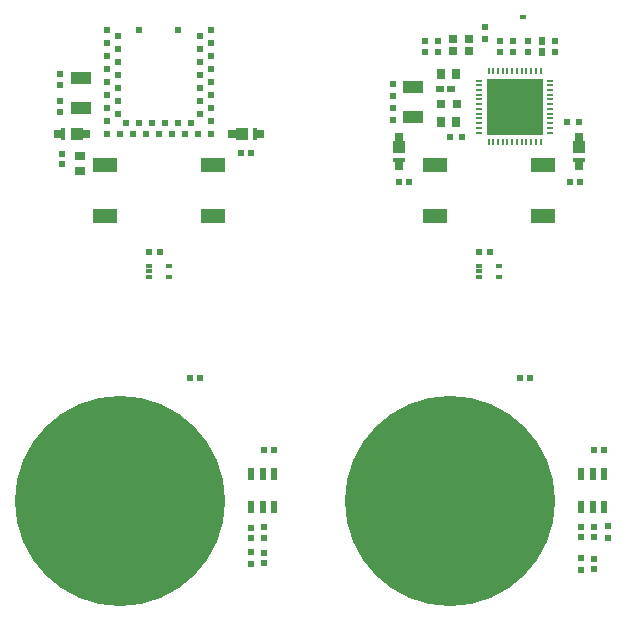
<source format=gtp>
G04 Layer_Color=8421504*
%FSLAX25Y25*%
%MOIN*%
G70*
G01*
G75*
%ADD11R,0.01969X0.01476*%
%ADD12R,0.03543X0.03150*%
%ADD13R,0.02165X0.02362*%
%ADD14R,0.08268X0.05118*%
%ADD15R,0.02362X0.02165*%
%ADD16R,0.02362X0.01969*%
%ADD17R,0.07087X0.03937*%
%ADD18R,0.01969X0.02362*%
%ADD19R,0.02559X0.03150*%
%ADD20R,0.04016X0.04488*%
%ADD21R,0.01181X0.04488*%
%ADD22R,0.01929X0.01929*%
%ADD25C,0.70079*%
%ADD26R,0.02362X0.04331*%
%ADD28R,0.02953X0.02756*%
%ADD29R,0.02559X0.01969*%
%ADD30R,0.02953X0.03150*%
%ADD31R,0.01969X0.02559*%
%ADD32R,0.03150X0.03543*%
%ADD33O,0.00787X0.02559*%
%ADD34O,0.02559X0.00787*%
%ADD35R,0.18504X0.18504*%
%ADD36R,0.03150X0.02559*%
%ADD37R,0.04488X0.04016*%
%ADD38R,0.04488X0.01181*%
%ADD39R,0.02126X0.01575*%
D11*
X86193Y154563D02*
D03*
Y158500D02*
D03*
X79500Y154563D02*
D03*
Y156532D02*
D03*
Y158500D02*
D03*
X189500D02*
D03*
Y156532D02*
D03*
Y154563D02*
D03*
X196193Y158500D02*
D03*
Y154563D02*
D03*
D12*
X56500Y189941D02*
D03*
X56500Y195059D02*
D03*
D13*
X50500Y195673D02*
D03*
X50500Y192327D02*
D03*
X228000Y60673D02*
D03*
Y57327D02*
D03*
X223500Y68000D02*
D03*
Y71346D02*
D03*
X228000Y68000D02*
D03*
Y71346D02*
D03*
X113500Y67827D02*
D03*
Y71173D02*
D03*
X118000Y59327D02*
D03*
Y62673D02*
D03*
D14*
X100913Y191965D02*
D03*
X65087D02*
D03*
X100913Y175035D02*
D03*
X65087D02*
D03*
X210913Y191965D02*
D03*
X175087D02*
D03*
X210913Y175035D02*
D03*
X175087D02*
D03*
D15*
X113673Y196000D02*
D03*
X110327D02*
D03*
X227827Y97000D02*
D03*
X231173D02*
D03*
X206673Y121000D02*
D03*
X203327D02*
D03*
X93327D02*
D03*
X96673D02*
D03*
X121173Y97000D02*
D03*
X117827D02*
D03*
X162827Y186500D02*
D03*
X166173Y186500D02*
D03*
X223173Y186500D02*
D03*
X219827D02*
D03*
D16*
X50000Y218531D02*
D03*
X50000Y222468D02*
D03*
Y213469D02*
D03*
Y209531D02*
D03*
X232500Y71642D02*
D03*
Y67705D02*
D03*
X223500Y60969D02*
D03*
Y57032D02*
D03*
X113500Y59031D02*
D03*
Y62968D02*
D03*
X118000Y67532D02*
D03*
Y71469D02*
D03*
X215000Y229563D02*
D03*
Y233500D02*
D03*
X171500Y233469D02*
D03*
Y229532D02*
D03*
X196500D02*
D03*
Y233469D02*
D03*
X201000Y229532D02*
D03*
Y233469D02*
D03*
X206000Y233500D02*
D03*
Y229563D02*
D03*
X176000Y229532D02*
D03*
Y233469D02*
D03*
X191500Y234032D02*
D03*
Y237968D02*
D03*
X161000Y210968D02*
D03*
Y207031D02*
D03*
X161000Y215032D02*
D03*
X161000Y218969D02*
D03*
D17*
X57000Y211157D02*
D03*
Y221000D02*
D03*
X167500Y208157D02*
D03*
Y218000D02*
D03*
D18*
X79532Y163000D02*
D03*
X83469D02*
D03*
X222969Y206500D02*
D03*
X219032D02*
D03*
X180032Y201500D02*
D03*
X183968D02*
D03*
X189532Y163000D02*
D03*
X193468D02*
D03*
D19*
X49352Y202500D02*
D03*
X58742D02*
D03*
X116648D02*
D03*
X107258D02*
D03*
D20*
X55494D02*
D03*
X110506D02*
D03*
D21*
X51124D02*
D03*
X114876D02*
D03*
D22*
X65650Y211118D02*
D03*
Y202457D02*
D03*
Y206787D02*
D03*
Y215449D02*
D03*
X69981Y202457D02*
D03*
X69194Y213283D02*
D03*
X72146Y206000D02*
D03*
X69194Y208953D02*
D03*
X65650Y224110D02*
D03*
Y228441D02*
D03*
X69194Y217614D02*
D03*
X65650Y219779D02*
D03*
Y232772D02*
D03*
Y237102D02*
D03*
X69194Y230606D02*
D03*
Y234937D02*
D03*
Y221945D02*
D03*
Y226276D02*
D03*
X78642Y202457D02*
D03*
X74312D02*
D03*
X82973Y202457D02*
D03*
X87304Y202457D02*
D03*
X80808Y206000D02*
D03*
X76477D02*
D03*
X89469D02*
D03*
X85139D02*
D03*
X91635Y202457D02*
D03*
X93800Y206000D02*
D03*
X100296Y202457D02*
D03*
X95965Y202457D02*
D03*
X100296Y206787D02*
D03*
X96753Y217614D02*
D03*
Y221945D02*
D03*
Y208953D02*
D03*
Y213283D02*
D03*
X89469Y237102D02*
D03*
X76477D02*
D03*
X96753Y226276D02*
D03*
Y230606D02*
D03*
X100296Y211118D02*
D03*
X100296Y215449D02*
D03*
Y219779D02*
D03*
Y224110D02*
D03*
X100296Y228441D02*
D03*
X96753Y234937D02*
D03*
X100296Y232772D02*
D03*
Y237102D02*
D03*
D25*
X180000Y80000D02*
D03*
X70000D02*
D03*
D26*
X231240Y89012D02*
D03*
X223760D02*
D03*
X227500D02*
D03*
Y77988D02*
D03*
X231240D02*
D03*
X223760D02*
D03*
X113760D02*
D03*
X121240D02*
D03*
X117500D02*
D03*
Y89012D02*
D03*
X113760D02*
D03*
X121240D02*
D03*
D28*
X186158Y233968D02*
D03*
X180842D02*
D03*
Y230031D02*
D03*
X186158D02*
D03*
D29*
X180370Y217500D02*
D03*
X176630D02*
D03*
D30*
X182158Y212500D02*
D03*
X176842D02*
D03*
D31*
X210500Y229661D02*
D03*
Y233402D02*
D03*
D32*
X176941Y222500D02*
D03*
X182059Y222500D02*
D03*
X176941Y206500D02*
D03*
X182059Y206500D02*
D03*
D33*
X192839Y199591D02*
D03*
X194413D02*
D03*
X195988D02*
D03*
X197563D02*
D03*
X199138D02*
D03*
X200713D02*
D03*
X202287D02*
D03*
X203862D02*
D03*
X205437D02*
D03*
X207012D02*
D03*
X208587D02*
D03*
X210161D02*
D03*
Y223410D02*
D03*
X208587D02*
D03*
X207012D02*
D03*
X205437D02*
D03*
X203862D02*
D03*
X202287D02*
D03*
X200713D02*
D03*
X199138D02*
D03*
X197563D02*
D03*
X195988D02*
D03*
X194413D02*
D03*
X192839D02*
D03*
D34*
X213409Y202839D02*
D03*
Y204413D02*
D03*
Y205988D02*
D03*
Y207563D02*
D03*
Y209138D02*
D03*
Y210713D02*
D03*
Y212287D02*
D03*
Y213862D02*
D03*
Y215437D02*
D03*
Y217012D02*
D03*
Y218587D02*
D03*
Y220161D02*
D03*
X189591D02*
D03*
Y218587D02*
D03*
Y217012D02*
D03*
Y215437D02*
D03*
Y213862D02*
D03*
Y212287D02*
D03*
Y210713D02*
D03*
Y209138D02*
D03*
Y207563D02*
D03*
Y205988D02*
D03*
Y204413D02*
D03*
Y202839D02*
D03*
D35*
X201500Y211500D02*
D03*
D36*
X163000Y191852D02*
D03*
Y201242D02*
D03*
X223000Y191852D02*
D03*
Y201242D02*
D03*
D37*
X163000Y197994D02*
D03*
X223000D02*
D03*
D38*
X163000Y193624D02*
D03*
X223000D02*
D03*
D39*
X204200Y241400D02*
D03*
M02*

</source>
